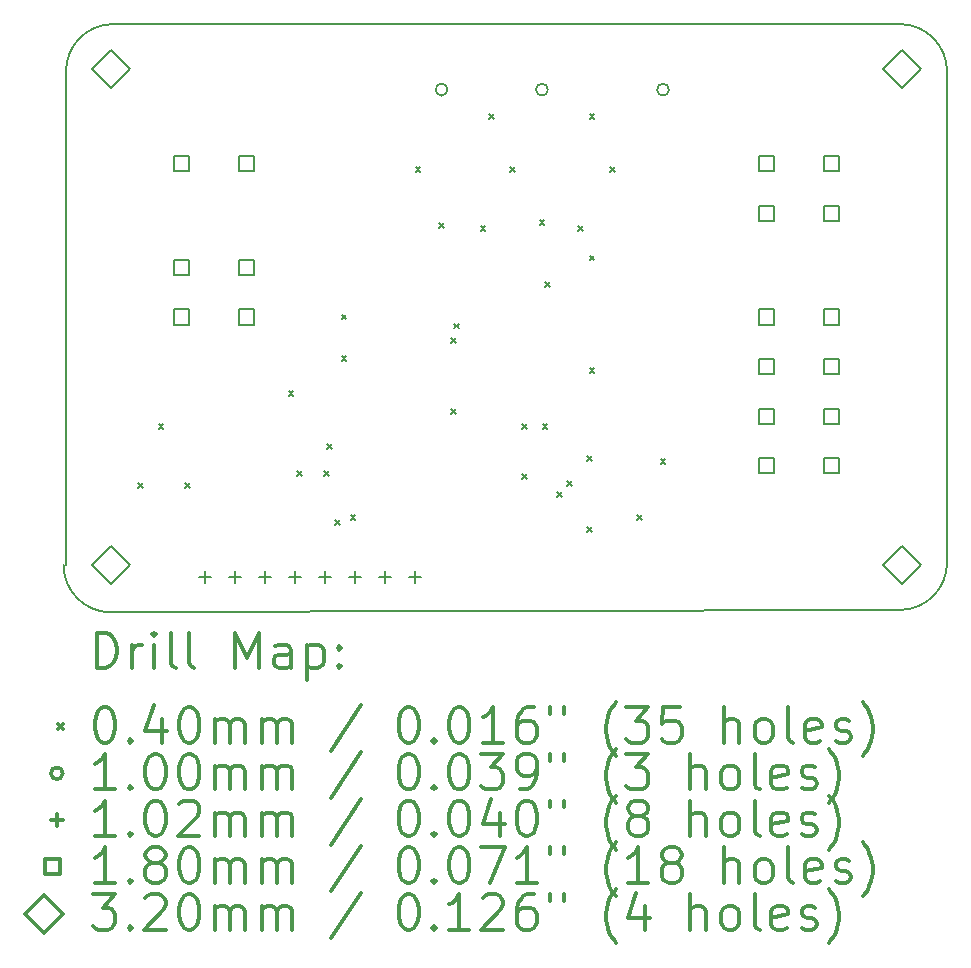
<source format=gbr>
%FSLAX45Y45*%
G04 Gerber Fmt 4.5, Leading zero omitted, Abs format (unit mm)*
G04 Created by KiCad (PCBNEW no-vcs-found) date Fri Oct  6 14:05:32 2017*
%MOMM*%
%LPD*%
G01*
G04 APERTURE LIST*
%ADD10C,0.150000*%
%ADD11C,0.200000*%
%ADD12C,0.300000*%
G04 APERTURE END LIST*
D10*
X17080000Y-10020000D02*
G75*
G02X17480000Y-10420000I0J-400000D01*
G01*
X17480000Y-14580000D02*
G75*
G02X17080000Y-14980000I-400000J0D01*
G01*
X10400000Y-15000000D02*
G75*
G02X10000000Y-14600000I0J400000D01*
G01*
X10420000Y-10020000D02*
G75*
G03X10020000Y-10420000I0J-400000D01*
G01*
X17480000Y-14580000D02*
X17480000Y-10420000D01*
X10400000Y-15000000D02*
X17080000Y-14980000D01*
X10020000Y-10420000D02*
X10020000Y-14600000D01*
X10420000Y-10020000D02*
X17080000Y-10020000D01*
D11*
X10630000Y-13905000D02*
X10670000Y-13945000D01*
X10670000Y-13905000D02*
X10630000Y-13945000D01*
X10805000Y-13405000D02*
X10845000Y-13445000D01*
X10845000Y-13405000D02*
X10805000Y-13445000D01*
X11030000Y-13905000D02*
X11070000Y-13945000D01*
X11070000Y-13905000D02*
X11030000Y-13945000D01*
X11905000Y-13130000D02*
X11945000Y-13170000D01*
X11945000Y-13130000D02*
X11905000Y-13170000D01*
X11980000Y-13805000D02*
X12020000Y-13845000D01*
X12020000Y-13805000D02*
X11980000Y-13845000D01*
X12205000Y-13805000D02*
X12245000Y-13845000D01*
X12245000Y-13805000D02*
X12205000Y-13845000D01*
X12230000Y-13577500D02*
X12270000Y-13617500D01*
X12270000Y-13577500D02*
X12230000Y-13617500D01*
X12300000Y-14220000D02*
X12340000Y-14260000D01*
X12340000Y-14220000D02*
X12300000Y-14260000D01*
X12355000Y-12480000D02*
X12395000Y-12520000D01*
X12395000Y-12480000D02*
X12355000Y-12520000D01*
X12355000Y-12830000D02*
X12395000Y-12870000D01*
X12395000Y-12830000D02*
X12355000Y-12870000D01*
X12430000Y-14180000D02*
X12470000Y-14220000D01*
X12470000Y-14180000D02*
X12430000Y-14220000D01*
X12980000Y-11230000D02*
X13020000Y-11270000D01*
X13020000Y-11230000D02*
X12980000Y-11270000D01*
X13180000Y-11705000D02*
X13220000Y-11745000D01*
X13220000Y-11705000D02*
X13180000Y-11745000D01*
X13280000Y-12680000D02*
X13320000Y-12720000D01*
X13320000Y-12680000D02*
X13280000Y-12720000D01*
X13280001Y-13280000D02*
X13320001Y-13320000D01*
X13320001Y-13280000D02*
X13280001Y-13320000D01*
X13305000Y-12555000D02*
X13345000Y-12595000D01*
X13345000Y-12555000D02*
X13305000Y-12595000D01*
X13530000Y-11730000D02*
X13570000Y-11770000D01*
X13570000Y-11730000D02*
X13530000Y-11770000D01*
X13605000Y-10780000D02*
X13645000Y-10820000D01*
X13645000Y-10780000D02*
X13605000Y-10820000D01*
X13780000Y-11230000D02*
X13820000Y-11270000D01*
X13820000Y-11230000D02*
X13780000Y-11270000D01*
X13880000Y-13405000D02*
X13920000Y-13445000D01*
X13920000Y-13405000D02*
X13880000Y-13445000D01*
X13880000Y-13827499D02*
X13920000Y-13867499D01*
X13920000Y-13827499D02*
X13880000Y-13867499D01*
X14030000Y-11680000D02*
X14070000Y-11720000D01*
X14070000Y-11680000D02*
X14030000Y-11720000D01*
X14055000Y-13405000D02*
X14095000Y-13445000D01*
X14095000Y-13405000D02*
X14055000Y-13445000D01*
X14080000Y-12205000D02*
X14120000Y-12245000D01*
X14120000Y-12205000D02*
X14080000Y-12245000D01*
X14180000Y-13980000D02*
X14220000Y-14020000D01*
X14220000Y-13980000D02*
X14180000Y-14020000D01*
X14261569Y-13892501D02*
X14301569Y-13932501D01*
X14301569Y-13892501D02*
X14261569Y-13932501D01*
X14355000Y-11730000D02*
X14395000Y-11770000D01*
X14395000Y-11730000D02*
X14355000Y-11770000D01*
X14430000Y-13680000D02*
X14470000Y-13720000D01*
X14470000Y-13680000D02*
X14430000Y-13720000D01*
X14430000Y-14280000D02*
X14470000Y-14320000D01*
X14470000Y-14280000D02*
X14430000Y-14320000D01*
X14455000Y-10780000D02*
X14495000Y-10820000D01*
X14495000Y-10780000D02*
X14455000Y-10820000D01*
X14455000Y-11980000D02*
X14495000Y-12020000D01*
X14495000Y-11980000D02*
X14455000Y-12020000D01*
X14455000Y-12930000D02*
X14495000Y-12970000D01*
X14495000Y-12930000D02*
X14455000Y-12970000D01*
X14630000Y-11230000D02*
X14670000Y-11270000D01*
X14670000Y-11230000D02*
X14630000Y-11270000D01*
X14855000Y-14180000D02*
X14895000Y-14220000D01*
X14895000Y-14180000D02*
X14855000Y-14220000D01*
X15055000Y-13705000D02*
X15095000Y-13745000D01*
X15095000Y-13705000D02*
X15055000Y-13745000D01*
X15125000Y-10575000D02*
G75*
G03X15125000Y-10575000I-50000J0D01*
G01*
X14100000Y-10575000D02*
G75*
G03X14100000Y-10575000I-50000J0D01*
G01*
X13250000Y-10575000D02*
G75*
G03X13250000Y-10575000I-50000J0D01*
G01*
X11200000Y-14649200D02*
X11200000Y-14750800D01*
X11149200Y-14700000D02*
X11250800Y-14700000D01*
X11454000Y-14649200D02*
X11454000Y-14750800D01*
X11403200Y-14700000D02*
X11504800Y-14700000D01*
X11708000Y-14649200D02*
X11708000Y-14750800D01*
X11657200Y-14700000D02*
X11758800Y-14700000D01*
X11962000Y-14649200D02*
X11962000Y-14750800D01*
X11911200Y-14700000D02*
X12012800Y-14700000D01*
X12216000Y-14649200D02*
X12216000Y-14750800D01*
X12165200Y-14700000D02*
X12266800Y-14700000D01*
X12470000Y-14649200D02*
X12470000Y-14750800D01*
X12419200Y-14700000D02*
X12520800Y-14700000D01*
X12724000Y-14649200D02*
X12724000Y-14750800D01*
X12673200Y-14700000D02*
X12774800Y-14700000D01*
X12978000Y-14649200D02*
X12978000Y-14750800D01*
X12927200Y-14700000D02*
X13028800Y-14700000D01*
X11063640Y-12143640D02*
X11063640Y-12016360D01*
X10936360Y-12016360D01*
X10936360Y-12143640D01*
X11063640Y-12143640D01*
X11063640Y-12563640D02*
X11063640Y-12436360D01*
X10936360Y-12436360D01*
X10936360Y-12563640D01*
X11063640Y-12563640D01*
X11613640Y-12143640D02*
X11613640Y-12016360D01*
X11486360Y-12016360D01*
X11486360Y-12143640D01*
X11613640Y-12143640D01*
X11613640Y-12563640D02*
X11613640Y-12436360D01*
X11486360Y-12436360D01*
X11486360Y-12563640D01*
X11613640Y-12563640D01*
X16013640Y-11263640D02*
X16013640Y-11136360D01*
X15886360Y-11136360D01*
X15886360Y-11263640D01*
X16013640Y-11263640D01*
X16013640Y-11683640D02*
X16013640Y-11556360D01*
X15886360Y-11556360D01*
X15886360Y-11683640D01*
X16013640Y-11683640D01*
X16563640Y-11263640D02*
X16563640Y-11136360D01*
X16436360Y-11136360D01*
X16436360Y-11263640D01*
X16563640Y-11263640D01*
X16563640Y-11683640D02*
X16563640Y-11556360D01*
X16436360Y-11556360D01*
X16436360Y-11683640D01*
X16563640Y-11683640D01*
X16013640Y-12563640D02*
X16013640Y-12436360D01*
X15886360Y-12436360D01*
X15886360Y-12563640D01*
X16013640Y-12563640D01*
X16013640Y-12983640D02*
X16013640Y-12856360D01*
X15886360Y-12856360D01*
X15886360Y-12983640D01*
X16013640Y-12983640D01*
X16013640Y-13403640D02*
X16013640Y-13276360D01*
X15886360Y-13276360D01*
X15886360Y-13403640D01*
X16013640Y-13403640D01*
X16013640Y-13823640D02*
X16013640Y-13696360D01*
X15886360Y-13696360D01*
X15886360Y-13823640D01*
X16013640Y-13823640D01*
X16563640Y-12563640D02*
X16563640Y-12436360D01*
X16436360Y-12436360D01*
X16436360Y-12563640D01*
X16563640Y-12563640D01*
X16563640Y-12983640D02*
X16563640Y-12856360D01*
X16436360Y-12856360D01*
X16436360Y-12983640D01*
X16563640Y-12983640D01*
X16563640Y-13403640D02*
X16563640Y-13276360D01*
X16436360Y-13276360D01*
X16436360Y-13403640D01*
X16563640Y-13403640D01*
X16563640Y-13823640D02*
X16563640Y-13696360D01*
X16436360Y-13696360D01*
X16436360Y-13823640D01*
X16563640Y-13823640D01*
X11063640Y-11263640D02*
X11063640Y-11136360D01*
X10936360Y-11136360D01*
X10936360Y-11263640D01*
X11063640Y-11263640D01*
X11613640Y-11263640D02*
X11613640Y-11136360D01*
X11486360Y-11136360D01*
X11486360Y-11263640D01*
X11613640Y-11263640D01*
X17100000Y-14760000D02*
X17260000Y-14600000D01*
X17100000Y-14440000D01*
X16940000Y-14600000D01*
X17100000Y-14760000D01*
X10400000Y-10560000D02*
X10560000Y-10400000D01*
X10400000Y-10240000D01*
X10240000Y-10400000D01*
X10400000Y-10560000D01*
X10400000Y-14760000D02*
X10560000Y-14600000D01*
X10400000Y-14440000D01*
X10240000Y-14600000D01*
X10400000Y-14760000D01*
X17100000Y-10560000D02*
X17260000Y-10400000D01*
X17100000Y-10240000D01*
X16940000Y-10400000D01*
X17100000Y-10560000D01*
D12*
X10278928Y-15473214D02*
X10278928Y-15173214D01*
X10350357Y-15173214D01*
X10393214Y-15187500D01*
X10421786Y-15216071D01*
X10436071Y-15244643D01*
X10450357Y-15301786D01*
X10450357Y-15344643D01*
X10436071Y-15401786D01*
X10421786Y-15430357D01*
X10393214Y-15458929D01*
X10350357Y-15473214D01*
X10278928Y-15473214D01*
X10578928Y-15473214D02*
X10578928Y-15273214D01*
X10578928Y-15330357D02*
X10593214Y-15301786D01*
X10607500Y-15287500D01*
X10636071Y-15273214D01*
X10664643Y-15273214D01*
X10764643Y-15473214D02*
X10764643Y-15273214D01*
X10764643Y-15173214D02*
X10750357Y-15187500D01*
X10764643Y-15201786D01*
X10778928Y-15187500D01*
X10764643Y-15173214D01*
X10764643Y-15201786D01*
X10950357Y-15473214D02*
X10921786Y-15458929D01*
X10907500Y-15430357D01*
X10907500Y-15173214D01*
X11107500Y-15473214D02*
X11078928Y-15458929D01*
X11064643Y-15430357D01*
X11064643Y-15173214D01*
X11450357Y-15473214D02*
X11450357Y-15173214D01*
X11550357Y-15387500D01*
X11650357Y-15173214D01*
X11650357Y-15473214D01*
X11921786Y-15473214D02*
X11921786Y-15316071D01*
X11907500Y-15287500D01*
X11878928Y-15273214D01*
X11821786Y-15273214D01*
X11793214Y-15287500D01*
X11921786Y-15458929D02*
X11893214Y-15473214D01*
X11821786Y-15473214D01*
X11793214Y-15458929D01*
X11778928Y-15430357D01*
X11778928Y-15401786D01*
X11793214Y-15373214D01*
X11821786Y-15358929D01*
X11893214Y-15358929D01*
X11921786Y-15344643D01*
X12064643Y-15273214D02*
X12064643Y-15573214D01*
X12064643Y-15287500D02*
X12093214Y-15273214D01*
X12150357Y-15273214D01*
X12178928Y-15287500D01*
X12193214Y-15301786D01*
X12207500Y-15330357D01*
X12207500Y-15416071D01*
X12193214Y-15444643D01*
X12178928Y-15458929D01*
X12150357Y-15473214D01*
X12093214Y-15473214D01*
X12064643Y-15458929D01*
X12336071Y-15444643D02*
X12350357Y-15458929D01*
X12336071Y-15473214D01*
X12321786Y-15458929D01*
X12336071Y-15444643D01*
X12336071Y-15473214D01*
X12336071Y-15287500D02*
X12350357Y-15301786D01*
X12336071Y-15316071D01*
X12321786Y-15301786D01*
X12336071Y-15287500D01*
X12336071Y-15316071D01*
X9952500Y-15947500D02*
X9992500Y-15987500D01*
X9992500Y-15947500D02*
X9952500Y-15987500D01*
X10336071Y-15803214D02*
X10364643Y-15803214D01*
X10393214Y-15817500D01*
X10407500Y-15831786D01*
X10421786Y-15860357D01*
X10436071Y-15917500D01*
X10436071Y-15988929D01*
X10421786Y-16046071D01*
X10407500Y-16074643D01*
X10393214Y-16088929D01*
X10364643Y-16103214D01*
X10336071Y-16103214D01*
X10307500Y-16088929D01*
X10293214Y-16074643D01*
X10278928Y-16046071D01*
X10264643Y-15988929D01*
X10264643Y-15917500D01*
X10278928Y-15860357D01*
X10293214Y-15831786D01*
X10307500Y-15817500D01*
X10336071Y-15803214D01*
X10564643Y-16074643D02*
X10578928Y-16088929D01*
X10564643Y-16103214D01*
X10550357Y-16088929D01*
X10564643Y-16074643D01*
X10564643Y-16103214D01*
X10836071Y-15903214D02*
X10836071Y-16103214D01*
X10764643Y-15788929D02*
X10693214Y-16003214D01*
X10878928Y-16003214D01*
X11050357Y-15803214D02*
X11078928Y-15803214D01*
X11107500Y-15817500D01*
X11121786Y-15831786D01*
X11136071Y-15860357D01*
X11150357Y-15917500D01*
X11150357Y-15988929D01*
X11136071Y-16046071D01*
X11121786Y-16074643D01*
X11107500Y-16088929D01*
X11078928Y-16103214D01*
X11050357Y-16103214D01*
X11021786Y-16088929D01*
X11007500Y-16074643D01*
X10993214Y-16046071D01*
X10978928Y-15988929D01*
X10978928Y-15917500D01*
X10993214Y-15860357D01*
X11007500Y-15831786D01*
X11021786Y-15817500D01*
X11050357Y-15803214D01*
X11278928Y-16103214D02*
X11278928Y-15903214D01*
X11278928Y-15931786D02*
X11293214Y-15917500D01*
X11321786Y-15903214D01*
X11364643Y-15903214D01*
X11393214Y-15917500D01*
X11407500Y-15946071D01*
X11407500Y-16103214D01*
X11407500Y-15946071D02*
X11421786Y-15917500D01*
X11450357Y-15903214D01*
X11493214Y-15903214D01*
X11521786Y-15917500D01*
X11536071Y-15946071D01*
X11536071Y-16103214D01*
X11678928Y-16103214D02*
X11678928Y-15903214D01*
X11678928Y-15931786D02*
X11693214Y-15917500D01*
X11721786Y-15903214D01*
X11764643Y-15903214D01*
X11793214Y-15917500D01*
X11807500Y-15946071D01*
X11807500Y-16103214D01*
X11807500Y-15946071D02*
X11821786Y-15917500D01*
X11850357Y-15903214D01*
X11893214Y-15903214D01*
X11921786Y-15917500D01*
X11936071Y-15946071D01*
X11936071Y-16103214D01*
X12521786Y-15788929D02*
X12264643Y-16174643D01*
X12907500Y-15803214D02*
X12936071Y-15803214D01*
X12964643Y-15817500D01*
X12978928Y-15831786D01*
X12993214Y-15860357D01*
X13007500Y-15917500D01*
X13007500Y-15988929D01*
X12993214Y-16046071D01*
X12978928Y-16074643D01*
X12964643Y-16088929D01*
X12936071Y-16103214D01*
X12907500Y-16103214D01*
X12878928Y-16088929D01*
X12864643Y-16074643D01*
X12850357Y-16046071D01*
X12836071Y-15988929D01*
X12836071Y-15917500D01*
X12850357Y-15860357D01*
X12864643Y-15831786D01*
X12878928Y-15817500D01*
X12907500Y-15803214D01*
X13136071Y-16074643D02*
X13150357Y-16088929D01*
X13136071Y-16103214D01*
X13121786Y-16088929D01*
X13136071Y-16074643D01*
X13136071Y-16103214D01*
X13336071Y-15803214D02*
X13364643Y-15803214D01*
X13393214Y-15817500D01*
X13407500Y-15831786D01*
X13421786Y-15860357D01*
X13436071Y-15917500D01*
X13436071Y-15988929D01*
X13421786Y-16046071D01*
X13407500Y-16074643D01*
X13393214Y-16088929D01*
X13364643Y-16103214D01*
X13336071Y-16103214D01*
X13307500Y-16088929D01*
X13293214Y-16074643D01*
X13278928Y-16046071D01*
X13264643Y-15988929D01*
X13264643Y-15917500D01*
X13278928Y-15860357D01*
X13293214Y-15831786D01*
X13307500Y-15817500D01*
X13336071Y-15803214D01*
X13721786Y-16103214D02*
X13550357Y-16103214D01*
X13636071Y-16103214D02*
X13636071Y-15803214D01*
X13607500Y-15846071D01*
X13578928Y-15874643D01*
X13550357Y-15888929D01*
X13978928Y-15803214D02*
X13921786Y-15803214D01*
X13893214Y-15817500D01*
X13878928Y-15831786D01*
X13850357Y-15874643D01*
X13836071Y-15931786D01*
X13836071Y-16046071D01*
X13850357Y-16074643D01*
X13864643Y-16088929D01*
X13893214Y-16103214D01*
X13950357Y-16103214D01*
X13978928Y-16088929D01*
X13993214Y-16074643D01*
X14007500Y-16046071D01*
X14007500Y-15974643D01*
X13993214Y-15946071D01*
X13978928Y-15931786D01*
X13950357Y-15917500D01*
X13893214Y-15917500D01*
X13864643Y-15931786D01*
X13850357Y-15946071D01*
X13836071Y-15974643D01*
X14121786Y-15803214D02*
X14121786Y-15860357D01*
X14236071Y-15803214D02*
X14236071Y-15860357D01*
X14678928Y-16217500D02*
X14664643Y-16203214D01*
X14636071Y-16160357D01*
X14621786Y-16131786D01*
X14607500Y-16088929D01*
X14593214Y-16017500D01*
X14593214Y-15960357D01*
X14607500Y-15888929D01*
X14621786Y-15846071D01*
X14636071Y-15817500D01*
X14664643Y-15774643D01*
X14678928Y-15760357D01*
X14764643Y-15803214D02*
X14950357Y-15803214D01*
X14850357Y-15917500D01*
X14893214Y-15917500D01*
X14921786Y-15931786D01*
X14936071Y-15946071D01*
X14950357Y-15974643D01*
X14950357Y-16046071D01*
X14936071Y-16074643D01*
X14921786Y-16088929D01*
X14893214Y-16103214D01*
X14807500Y-16103214D01*
X14778928Y-16088929D01*
X14764643Y-16074643D01*
X15221786Y-15803214D02*
X15078928Y-15803214D01*
X15064643Y-15946071D01*
X15078928Y-15931786D01*
X15107500Y-15917500D01*
X15178928Y-15917500D01*
X15207500Y-15931786D01*
X15221786Y-15946071D01*
X15236071Y-15974643D01*
X15236071Y-16046071D01*
X15221786Y-16074643D01*
X15207500Y-16088929D01*
X15178928Y-16103214D01*
X15107500Y-16103214D01*
X15078928Y-16088929D01*
X15064643Y-16074643D01*
X15593214Y-16103214D02*
X15593214Y-15803214D01*
X15721786Y-16103214D02*
X15721786Y-15946071D01*
X15707500Y-15917500D01*
X15678928Y-15903214D01*
X15636071Y-15903214D01*
X15607500Y-15917500D01*
X15593214Y-15931786D01*
X15907500Y-16103214D02*
X15878928Y-16088929D01*
X15864643Y-16074643D01*
X15850357Y-16046071D01*
X15850357Y-15960357D01*
X15864643Y-15931786D01*
X15878928Y-15917500D01*
X15907500Y-15903214D01*
X15950357Y-15903214D01*
X15978928Y-15917500D01*
X15993214Y-15931786D01*
X16007500Y-15960357D01*
X16007500Y-16046071D01*
X15993214Y-16074643D01*
X15978928Y-16088929D01*
X15950357Y-16103214D01*
X15907500Y-16103214D01*
X16178928Y-16103214D02*
X16150357Y-16088929D01*
X16136071Y-16060357D01*
X16136071Y-15803214D01*
X16407500Y-16088929D02*
X16378928Y-16103214D01*
X16321786Y-16103214D01*
X16293214Y-16088929D01*
X16278928Y-16060357D01*
X16278928Y-15946071D01*
X16293214Y-15917500D01*
X16321786Y-15903214D01*
X16378928Y-15903214D01*
X16407500Y-15917500D01*
X16421786Y-15946071D01*
X16421786Y-15974643D01*
X16278928Y-16003214D01*
X16536071Y-16088929D02*
X16564643Y-16103214D01*
X16621786Y-16103214D01*
X16650357Y-16088929D01*
X16664643Y-16060357D01*
X16664643Y-16046071D01*
X16650357Y-16017500D01*
X16621786Y-16003214D01*
X16578928Y-16003214D01*
X16550357Y-15988929D01*
X16536071Y-15960357D01*
X16536071Y-15946071D01*
X16550357Y-15917500D01*
X16578928Y-15903214D01*
X16621786Y-15903214D01*
X16650357Y-15917500D01*
X16764643Y-16217500D02*
X16778928Y-16203214D01*
X16807500Y-16160357D01*
X16821786Y-16131786D01*
X16836071Y-16088929D01*
X16850357Y-16017500D01*
X16850357Y-15960357D01*
X16836071Y-15888929D01*
X16821786Y-15846071D01*
X16807500Y-15817500D01*
X16778928Y-15774643D01*
X16764643Y-15760357D01*
X9992500Y-16363500D02*
G75*
G03X9992500Y-16363500I-50000J0D01*
G01*
X10436071Y-16499214D02*
X10264643Y-16499214D01*
X10350357Y-16499214D02*
X10350357Y-16199214D01*
X10321786Y-16242071D01*
X10293214Y-16270643D01*
X10264643Y-16284929D01*
X10564643Y-16470643D02*
X10578928Y-16484929D01*
X10564643Y-16499214D01*
X10550357Y-16484929D01*
X10564643Y-16470643D01*
X10564643Y-16499214D01*
X10764643Y-16199214D02*
X10793214Y-16199214D01*
X10821786Y-16213500D01*
X10836071Y-16227786D01*
X10850357Y-16256357D01*
X10864643Y-16313500D01*
X10864643Y-16384929D01*
X10850357Y-16442071D01*
X10836071Y-16470643D01*
X10821786Y-16484929D01*
X10793214Y-16499214D01*
X10764643Y-16499214D01*
X10736071Y-16484929D01*
X10721786Y-16470643D01*
X10707500Y-16442071D01*
X10693214Y-16384929D01*
X10693214Y-16313500D01*
X10707500Y-16256357D01*
X10721786Y-16227786D01*
X10736071Y-16213500D01*
X10764643Y-16199214D01*
X11050357Y-16199214D02*
X11078928Y-16199214D01*
X11107500Y-16213500D01*
X11121786Y-16227786D01*
X11136071Y-16256357D01*
X11150357Y-16313500D01*
X11150357Y-16384929D01*
X11136071Y-16442071D01*
X11121786Y-16470643D01*
X11107500Y-16484929D01*
X11078928Y-16499214D01*
X11050357Y-16499214D01*
X11021786Y-16484929D01*
X11007500Y-16470643D01*
X10993214Y-16442071D01*
X10978928Y-16384929D01*
X10978928Y-16313500D01*
X10993214Y-16256357D01*
X11007500Y-16227786D01*
X11021786Y-16213500D01*
X11050357Y-16199214D01*
X11278928Y-16499214D02*
X11278928Y-16299214D01*
X11278928Y-16327786D02*
X11293214Y-16313500D01*
X11321786Y-16299214D01*
X11364643Y-16299214D01*
X11393214Y-16313500D01*
X11407500Y-16342071D01*
X11407500Y-16499214D01*
X11407500Y-16342071D02*
X11421786Y-16313500D01*
X11450357Y-16299214D01*
X11493214Y-16299214D01*
X11521786Y-16313500D01*
X11536071Y-16342071D01*
X11536071Y-16499214D01*
X11678928Y-16499214D02*
X11678928Y-16299214D01*
X11678928Y-16327786D02*
X11693214Y-16313500D01*
X11721786Y-16299214D01*
X11764643Y-16299214D01*
X11793214Y-16313500D01*
X11807500Y-16342071D01*
X11807500Y-16499214D01*
X11807500Y-16342071D02*
X11821786Y-16313500D01*
X11850357Y-16299214D01*
X11893214Y-16299214D01*
X11921786Y-16313500D01*
X11936071Y-16342071D01*
X11936071Y-16499214D01*
X12521786Y-16184929D02*
X12264643Y-16570643D01*
X12907500Y-16199214D02*
X12936071Y-16199214D01*
X12964643Y-16213500D01*
X12978928Y-16227786D01*
X12993214Y-16256357D01*
X13007500Y-16313500D01*
X13007500Y-16384929D01*
X12993214Y-16442071D01*
X12978928Y-16470643D01*
X12964643Y-16484929D01*
X12936071Y-16499214D01*
X12907500Y-16499214D01*
X12878928Y-16484929D01*
X12864643Y-16470643D01*
X12850357Y-16442071D01*
X12836071Y-16384929D01*
X12836071Y-16313500D01*
X12850357Y-16256357D01*
X12864643Y-16227786D01*
X12878928Y-16213500D01*
X12907500Y-16199214D01*
X13136071Y-16470643D02*
X13150357Y-16484929D01*
X13136071Y-16499214D01*
X13121786Y-16484929D01*
X13136071Y-16470643D01*
X13136071Y-16499214D01*
X13336071Y-16199214D02*
X13364643Y-16199214D01*
X13393214Y-16213500D01*
X13407500Y-16227786D01*
X13421786Y-16256357D01*
X13436071Y-16313500D01*
X13436071Y-16384929D01*
X13421786Y-16442071D01*
X13407500Y-16470643D01*
X13393214Y-16484929D01*
X13364643Y-16499214D01*
X13336071Y-16499214D01*
X13307500Y-16484929D01*
X13293214Y-16470643D01*
X13278928Y-16442071D01*
X13264643Y-16384929D01*
X13264643Y-16313500D01*
X13278928Y-16256357D01*
X13293214Y-16227786D01*
X13307500Y-16213500D01*
X13336071Y-16199214D01*
X13536071Y-16199214D02*
X13721786Y-16199214D01*
X13621786Y-16313500D01*
X13664643Y-16313500D01*
X13693214Y-16327786D01*
X13707500Y-16342071D01*
X13721786Y-16370643D01*
X13721786Y-16442071D01*
X13707500Y-16470643D01*
X13693214Y-16484929D01*
X13664643Y-16499214D01*
X13578928Y-16499214D01*
X13550357Y-16484929D01*
X13536071Y-16470643D01*
X13864643Y-16499214D02*
X13921786Y-16499214D01*
X13950357Y-16484929D01*
X13964643Y-16470643D01*
X13993214Y-16427786D01*
X14007500Y-16370643D01*
X14007500Y-16256357D01*
X13993214Y-16227786D01*
X13978928Y-16213500D01*
X13950357Y-16199214D01*
X13893214Y-16199214D01*
X13864643Y-16213500D01*
X13850357Y-16227786D01*
X13836071Y-16256357D01*
X13836071Y-16327786D01*
X13850357Y-16356357D01*
X13864643Y-16370643D01*
X13893214Y-16384929D01*
X13950357Y-16384929D01*
X13978928Y-16370643D01*
X13993214Y-16356357D01*
X14007500Y-16327786D01*
X14121786Y-16199214D02*
X14121786Y-16256357D01*
X14236071Y-16199214D02*
X14236071Y-16256357D01*
X14678928Y-16613500D02*
X14664643Y-16599214D01*
X14636071Y-16556357D01*
X14621786Y-16527786D01*
X14607500Y-16484929D01*
X14593214Y-16413500D01*
X14593214Y-16356357D01*
X14607500Y-16284929D01*
X14621786Y-16242071D01*
X14636071Y-16213500D01*
X14664643Y-16170643D01*
X14678928Y-16156357D01*
X14764643Y-16199214D02*
X14950357Y-16199214D01*
X14850357Y-16313500D01*
X14893214Y-16313500D01*
X14921786Y-16327786D01*
X14936071Y-16342071D01*
X14950357Y-16370643D01*
X14950357Y-16442071D01*
X14936071Y-16470643D01*
X14921786Y-16484929D01*
X14893214Y-16499214D01*
X14807500Y-16499214D01*
X14778928Y-16484929D01*
X14764643Y-16470643D01*
X15307500Y-16499214D02*
X15307500Y-16199214D01*
X15436071Y-16499214D02*
X15436071Y-16342071D01*
X15421786Y-16313500D01*
X15393214Y-16299214D01*
X15350357Y-16299214D01*
X15321786Y-16313500D01*
X15307500Y-16327786D01*
X15621786Y-16499214D02*
X15593214Y-16484929D01*
X15578928Y-16470643D01*
X15564643Y-16442071D01*
X15564643Y-16356357D01*
X15578928Y-16327786D01*
X15593214Y-16313500D01*
X15621786Y-16299214D01*
X15664643Y-16299214D01*
X15693214Y-16313500D01*
X15707500Y-16327786D01*
X15721786Y-16356357D01*
X15721786Y-16442071D01*
X15707500Y-16470643D01*
X15693214Y-16484929D01*
X15664643Y-16499214D01*
X15621786Y-16499214D01*
X15893214Y-16499214D02*
X15864643Y-16484929D01*
X15850357Y-16456357D01*
X15850357Y-16199214D01*
X16121786Y-16484929D02*
X16093214Y-16499214D01*
X16036071Y-16499214D01*
X16007500Y-16484929D01*
X15993214Y-16456357D01*
X15993214Y-16342071D01*
X16007500Y-16313500D01*
X16036071Y-16299214D01*
X16093214Y-16299214D01*
X16121786Y-16313500D01*
X16136071Y-16342071D01*
X16136071Y-16370643D01*
X15993214Y-16399214D01*
X16250357Y-16484929D02*
X16278928Y-16499214D01*
X16336071Y-16499214D01*
X16364643Y-16484929D01*
X16378928Y-16456357D01*
X16378928Y-16442071D01*
X16364643Y-16413500D01*
X16336071Y-16399214D01*
X16293214Y-16399214D01*
X16264643Y-16384929D01*
X16250357Y-16356357D01*
X16250357Y-16342071D01*
X16264643Y-16313500D01*
X16293214Y-16299214D01*
X16336071Y-16299214D01*
X16364643Y-16313500D01*
X16478928Y-16613500D02*
X16493214Y-16599214D01*
X16521786Y-16556357D01*
X16536071Y-16527786D01*
X16550357Y-16484929D01*
X16564643Y-16413500D01*
X16564643Y-16356357D01*
X16550357Y-16284929D01*
X16536071Y-16242071D01*
X16521786Y-16213500D01*
X16493214Y-16170643D01*
X16478928Y-16156357D01*
X9941700Y-16708700D02*
X9941700Y-16810300D01*
X9890900Y-16759500D02*
X9992500Y-16759500D01*
X10436071Y-16895214D02*
X10264643Y-16895214D01*
X10350357Y-16895214D02*
X10350357Y-16595214D01*
X10321786Y-16638071D01*
X10293214Y-16666643D01*
X10264643Y-16680929D01*
X10564643Y-16866643D02*
X10578928Y-16880929D01*
X10564643Y-16895214D01*
X10550357Y-16880929D01*
X10564643Y-16866643D01*
X10564643Y-16895214D01*
X10764643Y-16595214D02*
X10793214Y-16595214D01*
X10821786Y-16609500D01*
X10836071Y-16623786D01*
X10850357Y-16652357D01*
X10864643Y-16709500D01*
X10864643Y-16780929D01*
X10850357Y-16838072D01*
X10836071Y-16866643D01*
X10821786Y-16880929D01*
X10793214Y-16895214D01*
X10764643Y-16895214D01*
X10736071Y-16880929D01*
X10721786Y-16866643D01*
X10707500Y-16838072D01*
X10693214Y-16780929D01*
X10693214Y-16709500D01*
X10707500Y-16652357D01*
X10721786Y-16623786D01*
X10736071Y-16609500D01*
X10764643Y-16595214D01*
X10978928Y-16623786D02*
X10993214Y-16609500D01*
X11021786Y-16595214D01*
X11093214Y-16595214D01*
X11121786Y-16609500D01*
X11136071Y-16623786D01*
X11150357Y-16652357D01*
X11150357Y-16680929D01*
X11136071Y-16723786D01*
X10964643Y-16895214D01*
X11150357Y-16895214D01*
X11278928Y-16895214D02*
X11278928Y-16695214D01*
X11278928Y-16723786D02*
X11293214Y-16709500D01*
X11321786Y-16695214D01*
X11364643Y-16695214D01*
X11393214Y-16709500D01*
X11407500Y-16738071D01*
X11407500Y-16895214D01*
X11407500Y-16738071D02*
X11421786Y-16709500D01*
X11450357Y-16695214D01*
X11493214Y-16695214D01*
X11521786Y-16709500D01*
X11536071Y-16738071D01*
X11536071Y-16895214D01*
X11678928Y-16895214D02*
X11678928Y-16695214D01*
X11678928Y-16723786D02*
X11693214Y-16709500D01*
X11721786Y-16695214D01*
X11764643Y-16695214D01*
X11793214Y-16709500D01*
X11807500Y-16738071D01*
X11807500Y-16895214D01*
X11807500Y-16738071D02*
X11821786Y-16709500D01*
X11850357Y-16695214D01*
X11893214Y-16695214D01*
X11921786Y-16709500D01*
X11936071Y-16738071D01*
X11936071Y-16895214D01*
X12521786Y-16580929D02*
X12264643Y-16966643D01*
X12907500Y-16595214D02*
X12936071Y-16595214D01*
X12964643Y-16609500D01*
X12978928Y-16623786D01*
X12993214Y-16652357D01*
X13007500Y-16709500D01*
X13007500Y-16780929D01*
X12993214Y-16838072D01*
X12978928Y-16866643D01*
X12964643Y-16880929D01*
X12936071Y-16895214D01*
X12907500Y-16895214D01*
X12878928Y-16880929D01*
X12864643Y-16866643D01*
X12850357Y-16838072D01*
X12836071Y-16780929D01*
X12836071Y-16709500D01*
X12850357Y-16652357D01*
X12864643Y-16623786D01*
X12878928Y-16609500D01*
X12907500Y-16595214D01*
X13136071Y-16866643D02*
X13150357Y-16880929D01*
X13136071Y-16895214D01*
X13121786Y-16880929D01*
X13136071Y-16866643D01*
X13136071Y-16895214D01*
X13336071Y-16595214D02*
X13364643Y-16595214D01*
X13393214Y-16609500D01*
X13407500Y-16623786D01*
X13421786Y-16652357D01*
X13436071Y-16709500D01*
X13436071Y-16780929D01*
X13421786Y-16838072D01*
X13407500Y-16866643D01*
X13393214Y-16880929D01*
X13364643Y-16895214D01*
X13336071Y-16895214D01*
X13307500Y-16880929D01*
X13293214Y-16866643D01*
X13278928Y-16838072D01*
X13264643Y-16780929D01*
X13264643Y-16709500D01*
X13278928Y-16652357D01*
X13293214Y-16623786D01*
X13307500Y-16609500D01*
X13336071Y-16595214D01*
X13693214Y-16695214D02*
X13693214Y-16895214D01*
X13621786Y-16580929D02*
X13550357Y-16795214D01*
X13736071Y-16795214D01*
X13907500Y-16595214D02*
X13936071Y-16595214D01*
X13964643Y-16609500D01*
X13978928Y-16623786D01*
X13993214Y-16652357D01*
X14007500Y-16709500D01*
X14007500Y-16780929D01*
X13993214Y-16838072D01*
X13978928Y-16866643D01*
X13964643Y-16880929D01*
X13936071Y-16895214D01*
X13907500Y-16895214D01*
X13878928Y-16880929D01*
X13864643Y-16866643D01*
X13850357Y-16838072D01*
X13836071Y-16780929D01*
X13836071Y-16709500D01*
X13850357Y-16652357D01*
X13864643Y-16623786D01*
X13878928Y-16609500D01*
X13907500Y-16595214D01*
X14121786Y-16595214D02*
X14121786Y-16652357D01*
X14236071Y-16595214D02*
X14236071Y-16652357D01*
X14678928Y-17009500D02*
X14664643Y-16995214D01*
X14636071Y-16952357D01*
X14621786Y-16923786D01*
X14607500Y-16880929D01*
X14593214Y-16809500D01*
X14593214Y-16752357D01*
X14607500Y-16680929D01*
X14621786Y-16638071D01*
X14636071Y-16609500D01*
X14664643Y-16566643D01*
X14678928Y-16552357D01*
X14836071Y-16723786D02*
X14807500Y-16709500D01*
X14793214Y-16695214D01*
X14778928Y-16666643D01*
X14778928Y-16652357D01*
X14793214Y-16623786D01*
X14807500Y-16609500D01*
X14836071Y-16595214D01*
X14893214Y-16595214D01*
X14921786Y-16609500D01*
X14936071Y-16623786D01*
X14950357Y-16652357D01*
X14950357Y-16666643D01*
X14936071Y-16695214D01*
X14921786Y-16709500D01*
X14893214Y-16723786D01*
X14836071Y-16723786D01*
X14807500Y-16738071D01*
X14793214Y-16752357D01*
X14778928Y-16780929D01*
X14778928Y-16838072D01*
X14793214Y-16866643D01*
X14807500Y-16880929D01*
X14836071Y-16895214D01*
X14893214Y-16895214D01*
X14921786Y-16880929D01*
X14936071Y-16866643D01*
X14950357Y-16838072D01*
X14950357Y-16780929D01*
X14936071Y-16752357D01*
X14921786Y-16738071D01*
X14893214Y-16723786D01*
X15307500Y-16895214D02*
X15307500Y-16595214D01*
X15436071Y-16895214D02*
X15436071Y-16738071D01*
X15421786Y-16709500D01*
X15393214Y-16695214D01*
X15350357Y-16695214D01*
X15321786Y-16709500D01*
X15307500Y-16723786D01*
X15621786Y-16895214D02*
X15593214Y-16880929D01*
X15578928Y-16866643D01*
X15564643Y-16838072D01*
X15564643Y-16752357D01*
X15578928Y-16723786D01*
X15593214Y-16709500D01*
X15621786Y-16695214D01*
X15664643Y-16695214D01*
X15693214Y-16709500D01*
X15707500Y-16723786D01*
X15721786Y-16752357D01*
X15721786Y-16838072D01*
X15707500Y-16866643D01*
X15693214Y-16880929D01*
X15664643Y-16895214D01*
X15621786Y-16895214D01*
X15893214Y-16895214D02*
X15864643Y-16880929D01*
X15850357Y-16852357D01*
X15850357Y-16595214D01*
X16121786Y-16880929D02*
X16093214Y-16895214D01*
X16036071Y-16895214D01*
X16007500Y-16880929D01*
X15993214Y-16852357D01*
X15993214Y-16738071D01*
X16007500Y-16709500D01*
X16036071Y-16695214D01*
X16093214Y-16695214D01*
X16121786Y-16709500D01*
X16136071Y-16738071D01*
X16136071Y-16766643D01*
X15993214Y-16795214D01*
X16250357Y-16880929D02*
X16278928Y-16895214D01*
X16336071Y-16895214D01*
X16364643Y-16880929D01*
X16378928Y-16852357D01*
X16378928Y-16838072D01*
X16364643Y-16809500D01*
X16336071Y-16795214D01*
X16293214Y-16795214D01*
X16264643Y-16780929D01*
X16250357Y-16752357D01*
X16250357Y-16738071D01*
X16264643Y-16709500D01*
X16293214Y-16695214D01*
X16336071Y-16695214D01*
X16364643Y-16709500D01*
X16478928Y-17009500D02*
X16493214Y-16995214D01*
X16521786Y-16952357D01*
X16536071Y-16923786D01*
X16550357Y-16880929D01*
X16564643Y-16809500D01*
X16564643Y-16752357D01*
X16550357Y-16680929D01*
X16536071Y-16638071D01*
X16521786Y-16609500D01*
X16493214Y-16566643D01*
X16478928Y-16552357D01*
X9966140Y-17219140D02*
X9966140Y-17091860D01*
X9838860Y-17091860D01*
X9838860Y-17219140D01*
X9966140Y-17219140D01*
X10436071Y-17291214D02*
X10264643Y-17291214D01*
X10350357Y-17291214D02*
X10350357Y-16991214D01*
X10321786Y-17034072D01*
X10293214Y-17062643D01*
X10264643Y-17076929D01*
X10564643Y-17262643D02*
X10578928Y-17276929D01*
X10564643Y-17291214D01*
X10550357Y-17276929D01*
X10564643Y-17262643D01*
X10564643Y-17291214D01*
X10750357Y-17119786D02*
X10721786Y-17105500D01*
X10707500Y-17091214D01*
X10693214Y-17062643D01*
X10693214Y-17048357D01*
X10707500Y-17019786D01*
X10721786Y-17005500D01*
X10750357Y-16991214D01*
X10807500Y-16991214D01*
X10836071Y-17005500D01*
X10850357Y-17019786D01*
X10864643Y-17048357D01*
X10864643Y-17062643D01*
X10850357Y-17091214D01*
X10836071Y-17105500D01*
X10807500Y-17119786D01*
X10750357Y-17119786D01*
X10721786Y-17134072D01*
X10707500Y-17148357D01*
X10693214Y-17176929D01*
X10693214Y-17234072D01*
X10707500Y-17262643D01*
X10721786Y-17276929D01*
X10750357Y-17291214D01*
X10807500Y-17291214D01*
X10836071Y-17276929D01*
X10850357Y-17262643D01*
X10864643Y-17234072D01*
X10864643Y-17176929D01*
X10850357Y-17148357D01*
X10836071Y-17134072D01*
X10807500Y-17119786D01*
X11050357Y-16991214D02*
X11078928Y-16991214D01*
X11107500Y-17005500D01*
X11121786Y-17019786D01*
X11136071Y-17048357D01*
X11150357Y-17105500D01*
X11150357Y-17176929D01*
X11136071Y-17234072D01*
X11121786Y-17262643D01*
X11107500Y-17276929D01*
X11078928Y-17291214D01*
X11050357Y-17291214D01*
X11021786Y-17276929D01*
X11007500Y-17262643D01*
X10993214Y-17234072D01*
X10978928Y-17176929D01*
X10978928Y-17105500D01*
X10993214Y-17048357D01*
X11007500Y-17019786D01*
X11021786Y-17005500D01*
X11050357Y-16991214D01*
X11278928Y-17291214D02*
X11278928Y-17091214D01*
X11278928Y-17119786D02*
X11293214Y-17105500D01*
X11321786Y-17091214D01*
X11364643Y-17091214D01*
X11393214Y-17105500D01*
X11407500Y-17134072D01*
X11407500Y-17291214D01*
X11407500Y-17134072D02*
X11421786Y-17105500D01*
X11450357Y-17091214D01*
X11493214Y-17091214D01*
X11521786Y-17105500D01*
X11536071Y-17134072D01*
X11536071Y-17291214D01*
X11678928Y-17291214D02*
X11678928Y-17091214D01*
X11678928Y-17119786D02*
X11693214Y-17105500D01*
X11721786Y-17091214D01*
X11764643Y-17091214D01*
X11793214Y-17105500D01*
X11807500Y-17134072D01*
X11807500Y-17291214D01*
X11807500Y-17134072D02*
X11821786Y-17105500D01*
X11850357Y-17091214D01*
X11893214Y-17091214D01*
X11921786Y-17105500D01*
X11936071Y-17134072D01*
X11936071Y-17291214D01*
X12521786Y-16976929D02*
X12264643Y-17362643D01*
X12907500Y-16991214D02*
X12936071Y-16991214D01*
X12964643Y-17005500D01*
X12978928Y-17019786D01*
X12993214Y-17048357D01*
X13007500Y-17105500D01*
X13007500Y-17176929D01*
X12993214Y-17234072D01*
X12978928Y-17262643D01*
X12964643Y-17276929D01*
X12936071Y-17291214D01*
X12907500Y-17291214D01*
X12878928Y-17276929D01*
X12864643Y-17262643D01*
X12850357Y-17234072D01*
X12836071Y-17176929D01*
X12836071Y-17105500D01*
X12850357Y-17048357D01*
X12864643Y-17019786D01*
X12878928Y-17005500D01*
X12907500Y-16991214D01*
X13136071Y-17262643D02*
X13150357Y-17276929D01*
X13136071Y-17291214D01*
X13121786Y-17276929D01*
X13136071Y-17262643D01*
X13136071Y-17291214D01*
X13336071Y-16991214D02*
X13364643Y-16991214D01*
X13393214Y-17005500D01*
X13407500Y-17019786D01*
X13421786Y-17048357D01*
X13436071Y-17105500D01*
X13436071Y-17176929D01*
X13421786Y-17234072D01*
X13407500Y-17262643D01*
X13393214Y-17276929D01*
X13364643Y-17291214D01*
X13336071Y-17291214D01*
X13307500Y-17276929D01*
X13293214Y-17262643D01*
X13278928Y-17234072D01*
X13264643Y-17176929D01*
X13264643Y-17105500D01*
X13278928Y-17048357D01*
X13293214Y-17019786D01*
X13307500Y-17005500D01*
X13336071Y-16991214D01*
X13536071Y-16991214D02*
X13736071Y-16991214D01*
X13607500Y-17291214D01*
X14007500Y-17291214D02*
X13836071Y-17291214D01*
X13921786Y-17291214D02*
X13921786Y-16991214D01*
X13893214Y-17034072D01*
X13864643Y-17062643D01*
X13836071Y-17076929D01*
X14121786Y-16991214D02*
X14121786Y-17048357D01*
X14236071Y-16991214D02*
X14236071Y-17048357D01*
X14678928Y-17405500D02*
X14664643Y-17391214D01*
X14636071Y-17348357D01*
X14621786Y-17319786D01*
X14607500Y-17276929D01*
X14593214Y-17205500D01*
X14593214Y-17148357D01*
X14607500Y-17076929D01*
X14621786Y-17034072D01*
X14636071Y-17005500D01*
X14664643Y-16962643D01*
X14678928Y-16948357D01*
X14950357Y-17291214D02*
X14778928Y-17291214D01*
X14864643Y-17291214D02*
X14864643Y-16991214D01*
X14836071Y-17034072D01*
X14807500Y-17062643D01*
X14778928Y-17076929D01*
X15121786Y-17119786D02*
X15093214Y-17105500D01*
X15078928Y-17091214D01*
X15064643Y-17062643D01*
X15064643Y-17048357D01*
X15078928Y-17019786D01*
X15093214Y-17005500D01*
X15121786Y-16991214D01*
X15178928Y-16991214D01*
X15207500Y-17005500D01*
X15221786Y-17019786D01*
X15236071Y-17048357D01*
X15236071Y-17062643D01*
X15221786Y-17091214D01*
X15207500Y-17105500D01*
X15178928Y-17119786D01*
X15121786Y-17119786D01*
X15093214Y-17134072D01*
X15078928Y-17148357D01*
X15064643Y-17176929D01*
X15064643Y-17234072D01*
X15078928Y-17262643D01*
X15093214Y-17276929D01*
X15121786Y-17291214D01*
X15178928Y-17291214D01*
X15207500Y-17276929D01*
X15221786Y-17262643D01*
X15236071Y-17234072D01*
X15236071Y-17176929D01*
X15221786Y-17148357D01*
X15207500Y-17134072D01*
X15178928Y-17119786D01*
X15593214Y-17291214D02*
X15593214Y-16991214D01*
X15721786Y-17291214D02*
X15721786Y-17134072D01*
X15707500Y-17105500D01*
X15678928Y-17091214D01*
X15636071Y-17091214D01*
X15607500Y-17105500D01*
X15593214Y-17119786D01*
X15907500Y-17291214D02*
X15878928Y-17276929D01*
X15864643Y-17262643D01*
X15850357Y-17234072D01*
X15850357Y-17148357D01*
X15864643Y-17119786D01*
X15878928Y-17105500D01*
X15907500Y-17091214D01*
X15950357Y-17091214D01*
X15978928Y-17105500D01*
X15993214Y-17119786D01*
X16007500Y-17148357D01*
X16007500Y-17234072D01*
X15993214Y-17262643D01*
X15978928Y-17276929D01*
X15950357Y-17291214D01*
X15907500Y-17291214D01*
X16178928Y-17291214D02*
X16150357Y-17276929D01*
X16136071Y-17248357D01*
X16136071Y-16991214D01*
X16407500Y-17276929D02*
X16378928Y-17291214D01*
X16321786Y-17291214D01*
X16293214Y-17276929D01*
X16278928Y-17248357D01*
X16278928Y-17134072D01*
X16293214Y-17105500D01*
X16321786Y-17091214D01*
X16378928Y-17091214D01*
X16407500Y-17105500D01*
X16421786Y-17134072D01*
X16421786Y-17162643D01*
X16278928Y-17191214D01*
X16536071Y-17276929D02*
X16564643Y-17291214D01*
X16621786Y-17291214D01*
X16650357Y-17276929D01*
X16664643Y-17248357D01*
X16664643Y-17234072D01*
X16650357Y-17205500D01*
X16621786Y-17191214D01*
X16578928Y-17191214D01*
X16550357Y-17176929D01*
X16536071Y-17148357D01*
X16536071Y-17134072D01*
X16550357Y-17105500D01*
X16578928Y-17091214D01*
X16621786Y-17091214D01*
X16650357Y-17105500D01*
X16764643Y-17405500D02*
X16778928Y-17391214D01*
X16807500Y-17348357D01*
X16821786Y-17319786D01*
X16836071Y-17276929D01*
X16850357Y-17205500D01*
X16850357Y-17148357D01*
X16836071Y-17076929D01*
X16821786Y-17034072D01*
X16807500Y-17005500D01*
X16778928Y-16962643D01*
X16764643Y-16948357D01*
X9832500Y-17711500D02*
X9992500Y-17551500D01*
X9832500Y-17391500D01*
X9672500Y-17551500D01*
X9832500Y-17711500D01*
X10250357Y-17387214D02*
X10436071Y-17387214D01*
X10336071Y-17501500D01*
X10378928Y-17501500D01*
X10407500Y-17515786D01*
X10421786Y-17530072D01*
X10436071Y-17558643D01*
X10436071Y-17630072D01*
X10421786Y-17658643D01*
X10407500Y-17672929D01*
X10378928Y-17687214D01*
X10293214Y-17687214D01*
X10264643Y-17672929D01*
X10250357Y-17658643D01*
X10564643Y-17658643D02*
X10578928Y-17672929D01*
X10564643Y-17687214D01*
X10550357Y-17672929D01*
X10564643Y-17658643D01*
X10564643Y-17687214D01*
X10693214Y-17415786D02*
X10707500Y-17401500D01*
X10736071Y-17387214D01*
X10807500Y-17387214D01*
X10836071Y-17401500D01*
X10850357Y-17415786D01*
X10864643Y-17444357D01*
X10864643Y-17472929D01*
X10850357Y-17515786D01*
X10678928Y-17687214D01*
X10864643Y-17687214D01*
X11050357Y-17387214D02*
X11078928Y-17387214D01*
X11107500Y-17401500D01*
X11121786Y-17415786D01*
X11136071Y-17444357D01*
X11150357Y-17501500D01*
X11150357Y-17572929D01*
X11136071Y-17630072D01*
X11121786Y-17658643D01*
X11107500Y-17672929D01*
X11078928Y-17687214D01*
X11050357Y-17687214D01*
X11021786Y-17672929D01*
X11007500Y-17658643D01*
X10993214Y-17630072D01*
X10978928Y-17572929D01*
X10978928Y-17501500D01*
X10993214Y-17444357D01*
X11007500Y-17415786D01*
X11021786Y-17401500D01*
X11050357Y-17387214D01*
X11278928Y-17687214D02*
X11278928Y-17487214D01*
X11278928Y-17515786D02*
X11293214Y-17501500D01*
X11321786Y-17487214D01*
X11364643Y-17487214D01*
X11393214Y-17501500D01*
X11407500Y-17530072D01*
X11407500Y-17687214D01*
X11407500Y-17530072D02*
X11421786Y-17501500D01*
X11450357Y-17487214D01*
X11493214Y-17487214D01*
X11521786Y-17501500D01*
X11536071Y-17530072D01*
X11536071Y-17687214D01*
X11678928Y-17687214D02*
X11678928Y-17487214D01*
X11678928Y-17515786D02*
X11693214Y-17501500D01*
X11721786Y-17487214D01*
X11764643Y-17487214D01*
X11793214Y-17501500D01*
X11807500Y-17530072D01*
X11807500Y-17687214D01*
X11807500Y-17530072D02*
X11821786Y-17501500D01*
X11850357Y-17487214D01*
X11893214Y-17487214D01*
X11921786Y-17501500D01*
X11936071Y-17530072D01*
X11936071Y-17687214D01*
X12521786Y-17372929D02*
X12264643Y-17758643D01*
X12907500Y-17387214D02*
X12936071Y-17387214D01*
X12964643Y-17401500D01*
X12978928Y-17415786D01*
X12993214Y-17444357D01*
X13007500Y-17501500D01*
X13007500Y-17572929D01*
X12993214Y-17630072D01*
X12978928Y-17658643D01*
X12964643Y-17672929D01*
X12936071Y-17687214D01*
X12907500Y-17687214D01*
X12878928Y-17672929D01*
X12864643Y-17658643D01*
X12850357Y-17630072D01*
X12836071Y-17572929D01*
X12836071Y-17501500D01*
X12850357Y-17444357D01*
X12864643Y-17415786D01*
X12878928Y-17401500D01*
X12907500Y-17387214D01*
X13136071Y-17658643D02*
X13150357Y-17672929D01*
X13136071Y-17687214D01*
X13121786Y-17672929D01*
X13136071Y-17658643D01*
X13136071Y-17687214D01*
X13436071Y-17687214D02*
X13264643Y-17687214D01*
X13350357Y-17687214D02*
X13350357Y-17387214D01*
X13321786Y-17430072D01*
X13293214Y-17458643D01*
X13264643Y-17472929D01*
X13550357Y-17415786D02*
X13564643Y-17401500D01*
X13593214Y-17387214D01*
X13664643Y-17387214D01*
X13693214Y-17401500D01*
X13707500Y-17415786D01*
X13721786Y-17444357D01*
X13721786Y-17472929D01*
X13707500Y-17515786D01*
X13536071Y-17687214D01*
X13721786Y-17687214D01*
X13978928Y-17387214D02*
X13921786Y-17387214D01*
X13893214Y-17401500D01*
X13878928Y-17415786D01*
X13850357Y-17458643D01*
X13836071Y-17515786D01*
X13836071Y-17630072D01*
X13850357Y-17658643D01*
X13864643Y-17672929D01*
X13893214Y-17687214D01*
X13950357Y-17687214D01*
X13978928Y-17672929D01*
X13993214Y-17658643D01*
X14007500Y-17630072D01*
X14007500Y-17558643D01*
X13993214Y-17530072D01*
X13978928Y-17515786D01*
X13950357Y-17501500D01*
X13893214Y-17501500D01*
X13864643Y-17515786D01*
X13850357Y-17530072D01*
X13836071Y-17558643D01*
X14121786Y-17387214D02*
X14121786Y-17444357D01*
X14236071Y-17387214D02*
X14236071Y-17444357D01*
X14678928Y-17801500D02*
X14664643Y-17787214D01*
X14636071Y-17744357D01*
X14621786Y-17715786D01*
X14607500Y-17672929D01*
X14593214Y-17601500D01*
X14593214Y-17544357D01*
X14607500Y-17472929D01*
X14621786Y-17430072D01*
X14636071Y-17401500D01*
X14664643Y-17358643D01*
X14678928Y-17344357D01*
X14921786Y-17487214D02*
X14921786Y-17687214D01*
X14850357Y-17372929D02*
X14778928Y-17587214D01*
X14964643Y-17587214D01*
X15307500Y-17687214D02*
X15307500Y-17387214D01*
X15436071Y-17687214D02*
X15436071Y-17530072D01*
X15421786Y-17501500D01*
X15393214Y-17487214D01*
X15350357Y-17487214D01*
X15321786Y-17501500D01*
X15307500Y-17515786D01*
X15621786Y-17687214D02*
X15593214Y-17672929D01*
X15578928Y-17658643D01*
X15564643Y-17630072D01*
X15564643Y-17544357D01*
X15578928Y-17515786D01*
X15593214Y-17501500D01*
X15621786Y-17487214D01*
X15664643Y-17487214D01*
X15693214Y-17501500D01*
X15707500Y-17515786D01*
X15721786Y-17544357D01*
X15721786Y-17630072D01*
X15707500Y-17658643D01*
X15693214Y-17672929D01*
X15664643Y-17687214D01*
X15621786Y-17687214D01*
X15893214Y-17687214D02*
X15864643Y-17672929D01*
X15850357Y-17644357D01*
X15850357Y-17387214D01*
X16121786Y-17672929D02*
X16093214Y-17687214D01*
X16036071Y-17687214D01*
X16007500Y-17672929D01*
X15993214Y-17644357D01*
X15993214Y-17530072D01*
X16007500Y-17501500D01*
X16036071Y-17487214D01*
X16093214Y-17487214D01*
X16121786Y-17501500D01*
X16136071Y-17530072D01*
X16136071Y-17558643D01*
X15993214Y-17587214D01*
X16250357Y-17672929D02*
X16278928Y-17687214D01*
X16336071Y-17687214D01*
X16364643Y-17672929D01*
X16378928Y-17644357D01*
X16378928Y-17630072D01*
X16364643Y-17601500D01*
X16336071Y-17587214D01*
X16293214Y-17587214D01*
X16264643Y-17572929D01*
X16250357Y-17544357D01*
X16250357Y-17530072D01*
X16264643Y-17501500D01*
X16293214Y-17487214D01*
X16336071Y-17487214D01*
X16364643Y-17501500D01*
X16478928Y-17801500D02*
X16493214Y-17787214D01*
X16521786Y-17744357D01*
X16536071Y-17715786D01*
X16550357Y-17672929D01*
X16564643Y-17601500D01*
X16564643Y-17544357D01*
X16550357Y-17472929D01*
X16536071Y-17430072D01*
X16521786Y-17401500D01*
X16493214Y-17358643D01*
X16478928Y-17344357D01*
M02*

</source>
